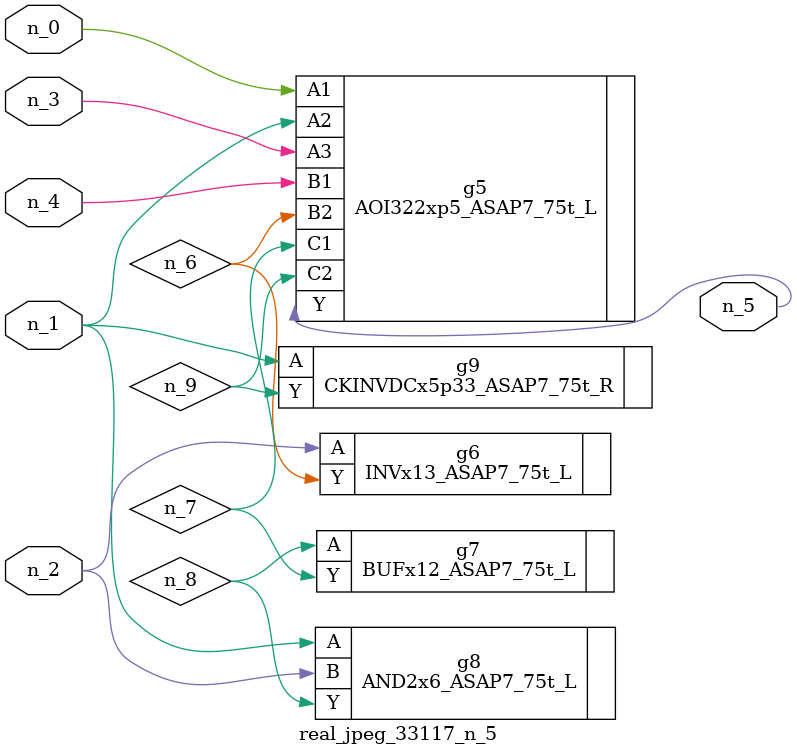
<source format=v>
module real_jpeg_33117_n_5 (n_4, n_0, n_1, n_2, n_3, n_5);

input n_4;
input n_0;
input n_1;
input n_2;
input n_3;

output n_5;

wire n_8;
wire n_6;
wire n_7;
wire n_9;

AOI322xp5_ASAP7_75t_L g5 ( 
.A1(n_0),
.A2(n_1),
.A3(n_3),
.B1(n_4),
.B2(n_6),
.C1(n_7),
.C2(n_9),
.Y(n_5)
);

AND2x6_ASAP7_75t_L g8 ( 
.A(n_1),
.B(n_2),
.Y(n_8)
);

CKINVDCx5p33_ASAP7_75t_R g9 ( 
.A(n_1),
.Y(n_9)
);

INVx13_ASAP7_75t_L g6 ( 
.A(n_2),
.Y(n_6)
);

BUFx12_ASAP7_75t_L g7 ( 
.A(n_8),
.Y(n_7)
);


endmodule
</source>
